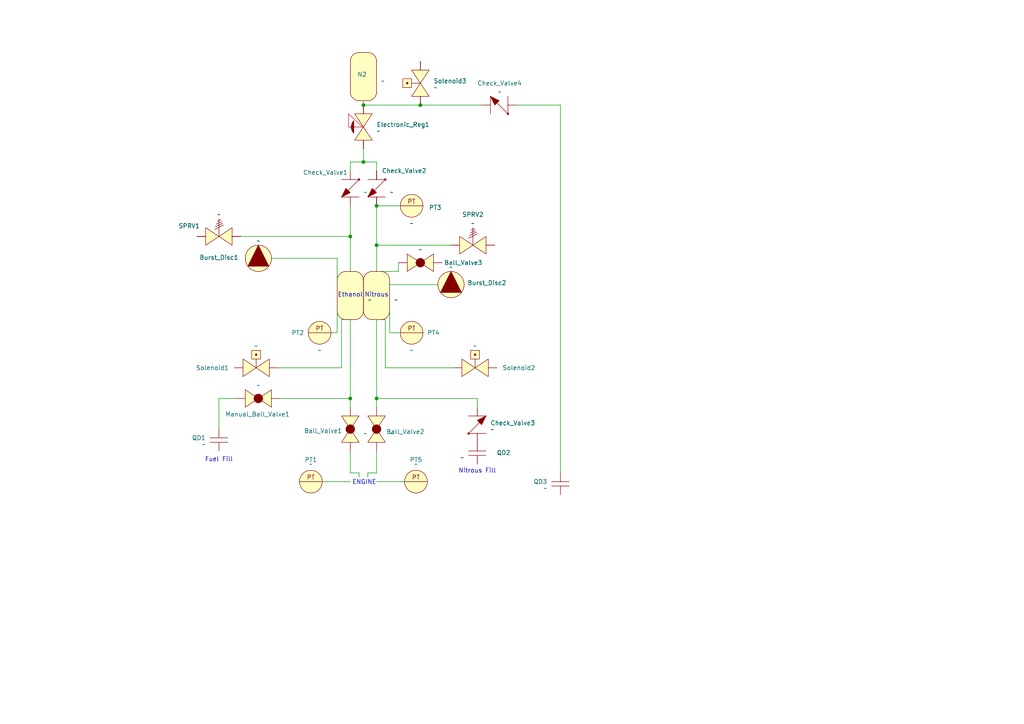
<source format=kicad_sch>
(kicad_sch (version 20231120) (generator "eeschema") (generator_version "8.0")
  (paper "A4")
  (lib_symbols
    (symbol "P_ID_symbols:Ball_Valve"
      (property "Reference" "Ball_Valve" (at 3.81 -4.318 0))
      (symbol "Ball_Valve_1_1"
        (polyline (pts (xy 3.81 0) (xy 0 -2.54) (xy 0 2.54) (xy 3.81 0)) (fill (type background)))
        (polyline (pts (xy 3.81 0) (xy 7.62 2.54) (xy 7.62 -2.54) (xy 3.81 0)) (fill (type background)))
        (circle (center 3.81 0) (radius 1.27) (fill (type outline)))
        (pin passive line (at -2.54 0 0) (length 2.54) (name "") (number ""))
        (pin passive line (at 10.16 0 180) (length 2.54) (name "") (number ""))
      )
    )
    (symbol "P_ID_symbols:Burst_Disc"
      (property "Reference" "Burst_Disc" (at 0 -5.334 0))
      (symbol "Burst_Disc_1_1"
        (polyline (pts (xy 0 3.81) (xy -3.048 -2.286) (xy 3.048 -2.286) (xy 0 3.81)) (fill (type outline)))
        (circle (center 0 0) (radius 3.81) (fill (type background)))
        (pin passive line (at -3.81 0 0) (length 0) (name "") (number ""))
        (pin passive line (at 3.81 0 180) (length 0) (name "") (number ""))
      )
    )
    (symbol "P_ID_symbols:Check_Valve"
      (property "Reference" "Check_Valve" (at 2.54 -4.064 0))
      (symbol "Check_Valve_0_1"
        (polyline (pts (xy 0 0) (xy 0 -2.54)))
        (polyline (pts (xy 0 0) (xy 0 2.54)))
        (polyline (pts (xy 0 2.54) (xy 5.08 -2.54)))
        (polyline (pts (xy 5.08 -2.54) (xy 5.08 2.54)))
      )
      (symbol "Check_Valve_1_1"
        (polyline (pts (xy 5.08 -2.54) (xy 2.54 -1.27) (xy 3.81 0) (xy 5.08 -2.54)) (fill (type outline)))
        (circle (center 0 2.54) (radius 0.254) (fill (type outline)))
        (pin passive line (at -2.54 0 0) (length 2.54) (name "") (number ""))
        (pin passive line (at 7.62 0 180) (length 2.54) (name "") (number ""))
      )
    )
    (symbol "P_ID_symbols:Pressure_Regulator"
      (property "Reference" "Pressure_Regulator" (at 4.318 -3.81 0))
      (symbol "Pressure_Regulator_0_1"
        (polyline (pts (xy 2.032 2.794) (xy 5.588 2.794)))
        (polyline (pts (xy 3.81 0) (xy 3.81 2.54)))
        (polyline (pts (xy 3.81 2.54) (xy 3.81 2.794)))
      )
      (symbol "Pressure_Regulator_1_1"
        (polyline (pts (xy 3.81 3.81) (xy 3.81 3.556)))
        (polyline (pts (xy 3.81 4.318) (xy 3.81 3.81)))
        (polyline (pts (xy 3.81 0.254) (xy 7.62 4.318) (xy 3.81 4.318)) (stroke (width 0.25) (color 224 108 117 1)))
        (polyline (pts (xy 3.81 0) (xy 7.62 2.54) (xy 7.62 -2.54) (xy 3.81 0)) (fill (type background)))
        (polyline (pts (xy 0 0) (xy 0 2.54) (xy 3.81 0) (xy 0 -2.54) (xy 0 0)) (fill (type background)))
        (polyline (pts (xy 2.032 2.794) (xy 5.588 2.794) (xy 5.334 3.048) (xy 4.826 3.302) (xy 3.81 3.556) (xy 2.794 3.302) (xy 2.286 3.048) (xy 2.032 2.794)) (stroke (width 0.01)) (fill (type outline)))
        (arc (start 5.588 2.794) (mid 3.81 3.5305) (end 2.032 2.794))
        (pin passive line (at -2.54 0 0) (length 2.54) (name "") (number ""))
        (pin passive line (at 10.16 0 180) (length 2.54) (name "") (number ""))
      )
    )
    (symbol "P_ID_symbols:Pressure_Transducer"
      (property "Reference" "PT" (at 0 -5.334 0))
      (symbol "Pressure_Transducer_0_1"
        (polyline (pts (xy -3.302 0) (xy 3.302 0)))
      )
      (symbol "Pressure_Transducer_1_1"
        (circle (center 0 0) (radius 3.302) (fill (type background)))
        (text "PT\n" (at 0 1.27 0) (effects (font (size 1.27 1.27))))
        (pin passive line (at -3.302 0 0) (length 0) (name "") (number ""))
        (pin passive line (at 3.302 0 180) (length 0) (name "") (number ""))
      )
    )
    (symbol "P_ID_symbols:Quick_Disconnect"
      (property "Reference" "QD" (at 0.762 -4.572 0))
      (symbol "Quick_Disconnect_0_1"
        (polyline (pts (xy 1.27 2.54) (xy 1.27 -2.54)))
        (polyline (pts (xy 0 0) (xy 0 2.54) (xy 0 0) (xy 0 -2.54)))
      )
      (symbol "Quick_Disconnect_1_1"
        (pin passive line (at -2.54 0 0) (length 2.54) (name "") (number ""))
        (pin passive line (at 3.81 0 180) (length 2.54) (name "") (number ""))
      )
    )
    (symbol "P_ID_symbols:SPRV"
      (property "Reference" "SPRV" (at 3.556 -3.302 0))
      (symbol "SPRV_0_1"
        (polyline (pts (xy 3.81 0) (xy 3.81 5.08)))
        (polyline (pts (xy 4.318 4.826) (xy 3.302 4.318)))
        (polyline (pts (xy 4.572 4.318) (xy 3.048 3.556)))
        (polyline (pts (xy 4.826 3.81) (xy 2.794 2.794)))
        (polyline (pts (xy 5.08 3.302) (xy 2.54 2.032)))
      )
      (symbol "SPRV_1_1"
        (polyline (pts (xy 3.81 0) (xy 7.62 2.54) (xy 7.62 -2.54) (xy 3.81 0)) (fill (type background)))
        (polyline (pts (xy 0 0) (xy 0 2.54) (xy 3.81 0) (xy 0 -2.54) (xy 0 0)) (fill (type background)))
        (pin passive line (at -2.54 0 0) (length 2.54) (name "") (number ""))
        (pin passive line (at 10.16 0 180) (length 2.54) (name "") (number ""))
      )
    )
    (symbol "P_ID_symbols:Solenoid"
      (property "Reference" "Solenoid" (at 3.81 -3.81 0))
      (symbol "Solenoid_0_1"
        (polyline (pts (xy 3.81 0) (xy 3.81 2.54)))
      )
      (symbol "Solenoid_1_1"
        (polyline (pts (xy 3.81 0) (xy 7.62 2.54) (xy 7.62 -2.54) (xy 3.81 0)) (fill (type background)))
        (polyline (pts (xy 0 0) (xy 0 2.54) (xy 3.81 0) (xy 0 -2.54) (xy 0 0)) (fill (type background)))
        (polyline (pts (xy 3.81 2.54) (xy 2.54 2.54) (xy 2.54 5.08) (xy 5.08 5.08) (xy 5.08 2.54) (xy 3.81 2.54)) (fill (type background)))
        (circle (center 3.81 3.81) (radius 0.254) (fill (type outline)))
        (pin passive line (at -2.54 0 0) (length 2.54) (name "") (number ""))
        (pin passive line (at 10.16 0 180) (length 2.54) (name "") (number ""))
      )
    )
    (symbol "P_ID_symbols:Tank"
      (property "Reference" "T" (at 6.35 5.08 0))
      (symbol "Tank_0_1"
        (arc (start -2.54 0) (mid -1.7961 -1.7961) (end 0 -2.54))
        (polyline (pts (xy -2.54 0) (xy -2.54 8.89)))
        (polyline (pts (xy 0 -2.54) (xy 2.54 -2.54)))
        (polyline (pts (xy 0 11.43) (xy 2.54 11.43)))
        (polyline (pts (xy 5.08 0) (xy 5.08 8.89)))
        (arc (start 0 11.43) (mid -1.7961 10.6861) (end -2.54 8.89))
        (arc (start 2.54 -2.54) (mid 4.3361 -1.7961) (end 5.08 0))
        (arc (start 5.08 8.89) (mid 4.3361 10.6861) (end 2.54 11.43))
      )
      (symbol "Tank_1_1"
        (polyline (pts (xy -2.54 0) (xy -2.286 -1.016) (xy -2.032 -1.524) (xy -1.524 -2.032) (xy -1.016 -2.286) (xy -0.254 -2.54) (xy 1.524 -2.54) (xy 2.286 -2.54) (xy 3.048 -2.54) (xy 4.064 -2.032) (xy 4.572 -1.524) (xy 4.826 -1.016) (xy 5.08 0) (xy 5.08 3.81) (xy 5.08 8.89) (xy 4.826 9.906) (xy 4.318 10.668) (xy 3.81 11.176) (xy 3.048 11.43) (xy 1.524 11.43) (xy 0.508 11.43) (xy -0.254 11.43) (xy -1.016 11.176) (xy -1.524 10.922) (xy -2.032 10.414) (xy -2.54 9.144) (xy -2.54 0)) (stroke (width -0.0001)) (fill (type background)))
        (pin passive line (at 1.27 -2.54 90) (length 0) (name "") (number ""))
        (pin passive line (at 1.27 11.43 270) (length 0) (name "") (number ""))
      )
    )
  )
  (junction (at 109.22 115.57))
  (junction (at 101.6 68.58))
  (junction (at 109.22 71.12))
  (junction (at 121.92 30.48))
  (junction (at 109.22 59.69))
  (junction (at 105.41 30.48))
  (junction (at 105.41 46.99))
  (junction (at 101.6 115.57))
  (wire (pts (xy 101.6 130.81) (xy 101.6 137.16)))
  (wire (pts (xy 109.22 115.57) (xy 138.43 115.57)))
  (wire (pts (xy 106.68 137.16) (xy 106.68 138.43)))
  (wire (pts (xy 162.56 30.48) (xy 162.56 137.16)))
  (wire (pts (xy 99.06 92.71) (xy 99.06 106.68)))
  (wire (pts (xy 101.6 115.57) (xy 101.6 118.11)))
  (wire (pts (xy 101.6 92.71) (xy 101.6 115.57)))
  (wire (pts (xy 101.6 59.69) (xy 101.6 68.58)))
  (wire (pts (xy 111.76 106.68) (xy 131.445 106.68)))
  (wire (pts (xy 113.03 82.55) (xy 127 82.55)))
  (wire (pts (xy 113.03 90.17) (xy 113.03 96.52)))
  (wire (pts (xy 101.6 46.99) (xy 101.6 49.53)))
  (wire (pts (xy 97.79 90.17) (xy 97.79 96.52)))
  (wire (pts (xy 99.06 92.71) (xy 100.33 92.71)))
  (wire (pts (xy 105.41 29.21) (xy 105.41 30.48)))
  (wire (pts (xy 109.22 92.71) (xy 109.22 115.57)))
  (wire (pts (xy 110.49 92.71) (xy 111.76 92.71)))
  (wire (pts (xy 97.79 74.93) (xy 97.79 81.28)))
  (wire (pts (xy 109.22 115.57) (xy 109.22 118.11)))
  (wire (pts (xy 113.03 96.52) (xy 116.078 96.52)))
  (wire (pts (xy 109.22 78.74) (xy 109.22 71.12)))
  (wire (pts (xy 138.43 115.57) (xy 138.43 118.11)))
  (wire (pts (xy 68.58 115.57) (xy 63.5 115.57)))
  (wire (pts (xy 109.22 137.16) (xy 106.68 137.16)))
  (wire (pts (xy 109.22 59.69) (xy 116.078 59.69)))
  (wire (pts (xy 109.22 130.81) (xy 109.22 137.16)))
  (wire (pts (xy 109.22 71.12) (xy 130.81 71.12)))
  (wire (pts (xy 93.472 139.7) (xy 101.6 139.7)))
  (wire (pts (xy 115.57 76.2) (xy 115.57 78.74)))
  (wire (pts (xy 105.41 46.99) (xy 101.6 46.99)))
  (wire (pts (xy 78.74 74.93) (xy 97.79 74.93)))
  (wire (pts (xy 104.14 137.16) (xy 104.14 138.43)))
  (wire (pts (xy 121.92 30.48) (xy 139.7 30.48)))
  (wire (pts (xy 149.86 30.48) (xy 162.56 30.48)))
  (wire (pts (xy 101.6 68.58) (xy 101.6 78.74)))
  (wire (pts (xy 105.41 43.18) (xy 105.41 46.99)))
  (wire (pts (xy 101.6 137.16) (xy 104.14 137.16)))
  (wire (pts (xy 110.49 78.74) (xy 115.57 78.74)))
  (wire (pts (xy 109.22 59.69) (xy 109.22 71.12)))
  (wire (pts (xy 99.06 106.68) (xy 80.645 106.68)))
  (wire (pts (xy 96.012 96.52) (xy 97.79 96.52)))
  (wire (pts (xy 63.5 115.57) (xy 63.5 124.46)))
  (wire (pts (xy 105.41 30.48) (xy 121.92 30.48)))
  (wire (pts (xy 109.22 139.7) (xy 117.348 139.7)))
  (wire (pts (xy 109.22 46.99) (xy 109.22 49.53)))
  (wire (pts (xy 81.28 115.57) (xy 101.6 115.57)))
  (wire (pts (xy 105.41 46.99) (xy 109.22 46.99)))
  (wire (pts (xy 69.85 68.58) (xy 101.6 68.58)))
  (wire (pts (xy 111.76 92.71) (xy 111.76 106.68)))
  (text "Nitrous" (at 109.22 85.598 0) (effects (font (size 1.27 1.27))))
  (text "Fuel Fill\n" (at 63.5 133.35 0) (effects (font (size 1.27 1.27))))
  (text "Ethanol\n" (at 101.6 85.598 0) (effects (font (size 1.27 1.27))))
  (text "Nitrous Fill" (at 138.43 136.652 0) (effects (font (size 1.27 1.27))))
  (text "ENGINE\n" (at 105.664 139.954 0) (effects (font (size 1.27 1.27))))
  (symbol (lib_name "P_ID_symbols:Check_Valve") (lib_id "P_ID_symbols:Check_Valve") (at 101.6 52.07 270) (unit 1)
    (property "Reference" "Check_Valve1" (at 87.884 50.038 90) (effects (justify left)))
    (property "Value" "~" (at 105.41 55.753 90) (effects (justify left)))
  )
  (symbol (lib_name "P_ID_symbols:Tank") (lib_id "P_ID_symbols:Tank") (at 104.14 26.67 0) (unit 1)
    (property "Reference" "N2" (at 103.632 21.59 0) (effects (justify left)))
    (property "Value" "~" (at 110.49 23.495 0) (effects (justify left)))
  )
  (symbol (lib_name "P_ID_symbols:Quick_Disconnect") (lib_id "P_ID_symbols:Quick_Disconnect") (at 138.43 132.08 90) (unit 1)
    (property "Reference" "QD2" (at 148.082 131.318 90) (effects (justify left)))
    (property "Value" "~" (at 134.62 132.715 90) (effects (justify left)))
  )
  (symbol (lib_name "P_ID_symbols:Pressure_Transducer") (lib_id "P_ID_symbols:Pressure_Transducer") (at 120.65 139.7 0) (mirror y) (unit 1)
    (property "Reference" "PT5" (at 120.65 133.35 0))
    (property "Value" "~" (at 120.65 134.62 0))
  )
  (symbol (lib_name "P_ID_symbols:Tank") (lib_id "P_ID_symbols:Tank") (at 107.95 90.17 0) (unit 1)
    (property "Reference" "Nitrous1" (effects (hide yes)))
    (property "Value" "~" (at 114.3 86.995 0) (effects (justify left)))
  )
  (symbol (lib_name "P_ID_symbols:Burst_Disc") (lib_id "P_ID_symbols:Burst_Disc") (at 74.93 74.93 0) (unit 1)
    (property "Reference" "Burst_Disc1" (at 63.5 74.676 0))
    (property "Value" "~" (at 74.93 69.85 0))
  )
  (symbol (lib_name "P_ID_symbols:Tank") (lib_id "P_ID_symbols:Tank") (at 100.33 90.17 0) (unit 1)
    (property "Reference" "Ethanol1" (effects (hide yes)))
    (property "Value" "~" (at 106.68 86.995 0) (effects (justify left)))
  )
  (symbol (lib_name "P_ID_symbols:Solenoid") (lib_id "P_ID_symbols:Solenoid") (at 121.92 27.94 90) (unit 1)
    (property "Reference" "Solenoid3" (at 125.73 23.4949 90) (effects (justify right)))
    (property "Value" "~" (at 125.73 25.4 90) (effects (justify right)))
  )
  (symbol (lib_name "P_ID_symbols:Pressure_Transducer") (lib_id "P_ID_symbols:Pressure_Transducer") (at 92.71 96.52 0) (unit 1)
    (property "Reference" "PT2" (at 86.36 96.52 0))
    (property "Value" "~" (at 92.71 101.6 0))
  )
  (symbol (lib_name "P_ID_symbols:Check_Valve") (lib_id "P_ID_symbols:Check_Valve") (at 147.32 30.48 180) (unit 1)
    (property "Reference" "Check_Valve4" (at 144.907 24.13 0))
    (property "Value" "~" (at 144.907 26.67 0))
  )
  (symbol (lib_name "P_ID_symbols:Solenoid") (lib_id "P_ID_symbols:Solenoid") (at 133.985 106.68 0) (unit 1)
    (property "Reference" "Solenoid2" (at 150.495 106.68 0))
    (property "Value" "~" (at 137.795 100.33 0))
  )
  (symbol (lib_name "P_ID_symbols:Ball_Valve") (lib_id "P_ID_symbols:Ball_Valve") (at 118.11 76.2 0) (unit 1)
    (property "Reference" "Ball_Valve3" (at 134.366 76.2 0))
    (property "Value" "~" (at 121.92 72.39 0))
  )
  (symbol (lib_name "P_ID_symbols:Burst_Disc") (lib_id "P_ID_symbols:Burst_Disc") (at 130.81 82.55 0) (unit 1)
    (property "Reference" "Burst_Disc2" (at 141.224 82.042 0))
    (property "Value" "~" (at 130.81 77.47 0))
  )
  (symbol (lib_name "P_ID_symbols:Check_Valve") (lib_id "P_ID_symbols:Check_Valve") (at 109.22 52.07 270) (unit 1)
    (property "Reference" "Check_Valve2" (at 110.744 49.53 90) (effects (justify left)))
    (property "Value" "~" (at 113.03 55.753 90) (effects (justify left)))
  )
  (symbol (lib_name "P_ID_symbols:SPRV") (lib_id "P_ID_symbols:SPRV") (at 59.69 68.58 0) (unit 1)
    (property "Reference" "SPRV1" (at 54.864 65.532 0))
    (property "Value" "~" (at 63.5 62.23 0))
  )
  (symbol (lib_id "P_ID_symbols:Pressure_Regulator") (at 105.41 40.64 90) (unit 1)
    (property "Reference" "Electronic_Reg1" (at 109.22 36.1324 90) (effects (justify right)))
    (property "Value" "~" (at 109.22 38.0375 90) (effects (justify right)))
  )
  (symbol (lib_name "P_ID_symbols:Ball_Valve") (lib_id "P_ID_symbols:Ball_Valve") (at 109.22 128.27 90) (unit 1)
    (property "Reference" "Ball_Valve2" (at 112.014 125.222 90) (effects (justify right)))
    (property "Value" "~" (at 113.03 125.73 90) (effects (justify right)))
  )
  (symbol (lib_name "P_ID_symbols:Pressure_Transducer") (lib_id "P_ID_symbols:Pressure_Transducer") (at 119.38 96.52 0) (mirror y) (unit 1)
    (property "Reference" "PT4" (at 125.73 96.52 0))
    (property "Value" "~" (at 119.38 101.6 0))
  )
  (symbol (lib_name "P_ID_symbols:Ball_Valve") (lib_id "P_ID_symbols:Ball_Valve") (at 71.12 115.57 0) (unit 1)
    (property "Reference" "Manual_Ball_Valve1" (at 74.676 120.142 0))
    (property "Value" "~" (at 74.93 111.76 0))
  )
  (symbol (lib_name "P_ID_symbols:Check_Valve") (lib_id "P_ID_symbols:Check_Valve") (at 138.43 125.73 90) (unit 1)
    (property "Reference" "Check_Valve3" (at 142.24 122.6819 90) (effects (justify right)))
    (property "Value" "~" (at 142.24 124.587 90) (effects (justify right)))
  )
  (symbol (lib_name "P_ID_symbols:SPRV") (lib_id "P_ID_symbols:SPRV") (at 133.35 71.12 0) (unit 1)
    (property "Reference" "SPRV2" (at 137.16 62.23 0))
    (property "Value" "~" (at 137.16 64.77 0))
  )
  (symbol (lib_name "P_ID_symbols:Quick_Disconnect") (lib_id "P_ID_symbols:Quick_Disconnect") (at 162.56 140.97 90) (unit 1)
    (property "Reference" "QD3" (at 158.75 139.6999 90) (effects (justify left)))
    (property "Value" "~" (at 158.75 141.605 90) (effects (justify left)))
  )
  (symbol (lib_name "P_ID_symbols:Solenoid") (lib_id "P_ID_symbols:Solenoid") (at 78.105 106.68 0) (mirror y) (unit 1)
    (property "Reference" "Solenoid1" (at 61.595 106.68 0))
    (property "Value" "~" (at 74.295 100.33 0))
  )
  (symbol (lib_name "P_ID_symbols:Pressure_Transducer") (lib_id "P_ID_symbols:Pressure_Transducer") (at 119.38 59.69 0) (mirror y) (unit 1)
    (property "Reference" "PT3" (at 126.238 60.198 0))
    (property "Value" "~" (at 119.38 64.77 0))
  )
  (symbol (lib_name "P_ID_symbols:Quick_Disconnect") (lib_id "P_ID_symbols:Quick_Disconnect") (at 63.5 128.27 90) (unit 1)
    (property "Reference" "QD1" (at 59.69 126.9999 90) (effects (justify left)))
    (property "Value" "~" (at 59.69 128.905 90) (effects (justify left)))
  )
  (symbol (lib_name "P_ID_symbols:Ball_Valve") (lib_id "P_ID_symbols:Ball_Valve") (at 101.6 128.27 90) (unit 1)
    (property "Reference" "Ball_Valve1" (at 88.138 124.968 90) (effects (justify right)))
    (property "Value" "~" (at 105.41 125.73 90) (effects (justify right)))
  )
  (symbol (lib_name "P_ID_symbols:Pressure_Transducer") (lib_id "P_ID_symbols:Pressure_Transducer") (at 90.17 139.7 0) (mirror y) (unit 1)
    (property "Reference" "PT1" (at 90.17 133.35 0))
    (property "Value" "~" (at 90.17 134.62 0))
  )
)
</source>
